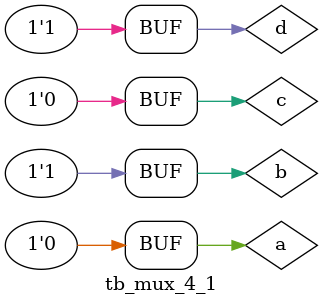
<source format=v>
module tb_mux_4_1 ;

reg a,b,c,d ; 
reg sel ;
wire y ; 

mux_4_1 uut (.a(a),.b(b),.c(c),.d(d),.y(y)) ; 

initial 
    begin 
       {a,b,c,d} = 4'h5 ; 
       repeat (6)
            begin
                sel = $random ; 
                #5;
            end 
    end 

endmodule 
</source>
